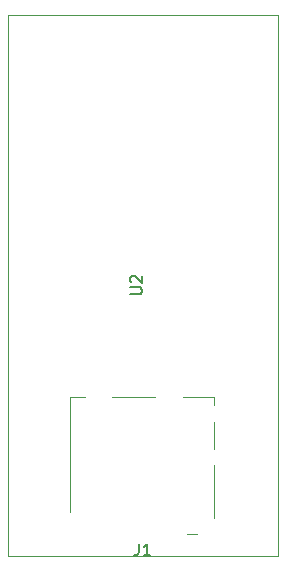
<source format=gbr>
%TF.GenerationSoftware,KiCad,Pcbnew,5.1.10-88a1d61d58~90~ubuntu20.04.1*%
%TF.CreationDate,2022-06-01T14:19:09-07:00*%
%TF.ProjectId,sd_bt_streamer,73645f62-745f-4737-9472-65616d65722e,rev?*%
%TF.SameCoordinates,Original*%
%TF.FileFunction,Legend,Top*%
%TF.FilePolarity,Positive*%
%FSLAX46Y46*%
G04 Gerber Fmt 4.6, Leading zero omitted, Abs format (unit mm)*
G04 Created by KiCad (PCBNEW 5.1.10-88a1d61d58~90~ubuntu20.04.1) date 2022-06-01 14:19:09*
%MOMM*%
%LPD*%
G01*
G04 APERTURE LIST*
%ADD10C,0.120000*%
%ADD11C,0.150000*%
G04 APERTURE END LIST*
D10*
%TO.C,U2*%
X175430000Y-106410000D02*
X152570000Y-106410000D01*
X175430000Y-60590000D02*
X152570000Y-60590000D01*
X152570000Y-60590000D02*
X152570000Y-106410000D01*
X175430000Y-106410000D02*
X175430000Y-60590000D01*
%TO.C,J1*%
X170070000Y-103200000D02*
X170070000Y-98750000D01*
X170070000Y-97350000D02*
X170070000Y-95050000D01*
X170070000Y-93650000D02*
X170070000Y-92930000D01*
X170070000Y-92930000D02*
X167390000Y-92930000D01*
X165090000Y-92930000D02*
X161420000Y-92930000D01*
X159120000Y-92930000D02*
X157890000Y-92930000D01*
X157890000Y-92930000D02*
X157890000Y-102750000D01*
X168590000Y-104570000D02*
X167730000Y-104570000D01*
%TO.C,U2*%
D11*
X162952380Y-84261904D02*
X163761904Y-84261904D01*
X163857142Y-84214285D01*
X163904761Y-84166666D01*
X163952380Y-84071428D01*
X163952380Y-83880952D01*
X163904761Y-83785714D01*
X163857142Y-83738095D01*
X163761904Y-83690476D01*
X162952380Y-83690476D01*
X163047619Y-83261904D02*
X163000000Y-83214285D01*
X162952380Y-83119047D01*
X162952380Y-82880952D01*
X163000000Y-82785714D01*
X163047619Y-82738095D01*
X163142857Y-82690476D01*
X163238095Y-82690476D01*
X163380952Y-82738095D01*
X163952380Y-83309523D01*
X163952380Y-82690476D01*
%TO.C,J1*%
X163666666Y-105382380D02*
X163666666Y-106096666D01*
X163619047Y-106239523D01*
X163523809Y-106334761D01*
X163380952Y-106382380D01*
X163285714Y-106382380D01*
X164666666Y-106382380D02*
X164095238Y-106382380D01*
X164380952Y-106382380D02*
X164380952Y-105382380D01*
X164285714Y-105525238D01*
X164190476Y-105620476D01*
X164095238Y-105668095D01*
%TD*%
M02*

</source>
